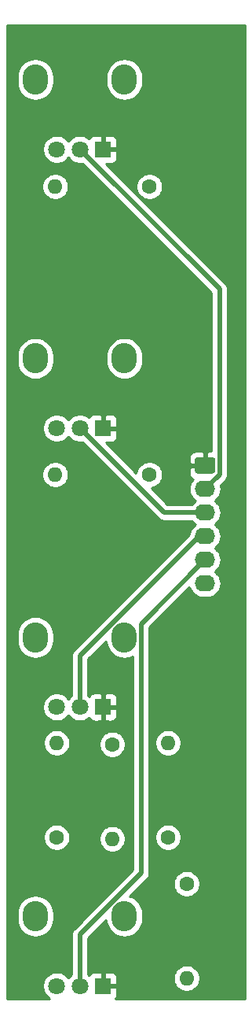
<source format=gbr>
%TF.GenerationSoftware,KiCad,Pcbnew,5.1.12-84ad8e8a86~92~ubuntu21.04.1*%
%TF.CreationDate,2021-11-06T20:56:35+01:00*%
%TF.ProjectId,control,636f6e74-726f-46c2-9e6b-696361645f70,v1.0.0*%
%TF.SameCoordinates,Original*%
%TF.FileFunction,Copper,L1,Top*%
%TF.FilePolarity,Positive*%
%FSLAX46Y46*%
G04 Gerber Fmt 4.6, Leading zero omitted, Abs format (unit mm)*
G04 Created by KiCad (PCBNEW 5.1.12-84ad8e8a86~92~ubuntu21.04.1) date 2021-11-06 20:56:35*
%MOMM*%
%LPD*%
G01*
G04 APERTURE LIST*
%TA.AperFunction,ComponentPad*%
%ADD10O,2.720000X3.240000*%
%TD*%
%TA.AperFunction,ComponentPad*%
%ADD11C,1.800000*%
%TD*%
%TA.AperFunction,ComponentPad*%
%ADD12R,1.800000X1.800000*%
%TD*%
%TA.AperFunction,ComponentPad*%
%ADD13O,1.600000X1.600000*%
%TD*%
%TA.AperFunction,ComponentPad*%
%ADD14C,1.600000*%
%TD*%
%TA.AperFunction,ComponentPad*%
%ADD15O,2.190000X1.740000*%
%TD*%
%TA.AperFunction,Conductor*%
%ADD16C,0.508000*%
%TD*%
%TA.AperFunction,Conductor*%
%ADD17C,0.254000*%
%TD*%
%TA.AperFunction,Conductor*%
%ADD18C,0.100000*%
%TD*%
G04 APERTURE END LIST*
D10*
%TO.P,RV7,*%
%TO.N,*%
X102300000Y-142500000D03*
X92700000Y-142500000D03*
D11*
%TO.P,RV7,3*%
%TO.N,Net-(R18-Pad2)*%
X95000000Y-150000000D03*
%TO.P,RV7,2*%
%TO.N,S_CONTROL*%
X97500000Y-150000000D03*
D12*
%TO.P,RV7,1*%
%TO.N,GND*%
X100000000Y-150000000D03*
%TD*%
D10*
%TO.P,RV6,*%
%TO.N,*%
X102300000Y-172500000D03*
X92700000Y-172500000D03*
D11*
%TO.P,RV6,3*%
%TO.N,Net-(R17-Pad2)*%
X95000000Y-180000000D03*
%TO.P,RV6,2*%
%TO.N,R_CONTROL*%
X97500000Y-180000000D03*
D12*
%TO.P,RV6,1*%
%TO.N,GND*%
X100000000Y-180000000D03*
%TD*%
D10*
%TO.P,RV5,*%
%TO.N,*%
X102300000Y-112500000D03*
X92700000Y-112500000D03*
D11*
%TO.P,RV5,3*%
%TO.N,Net-(R16-Pad2)*%
X95000000Y-120000000D03*
%TO.P,RV5,2*%
%TO.N,D_CONTROL*%
X97500000Y-120000000D03*
D12*
%TO.P,RV5,1*%
%TO.N,GND*%
X100000000Y-120000000D03*
%TD*%
D10*
%TO.P,RV4,*%
%TO.N,*%
X102300000Y-82500000D03*
X92700000Y-82500000D03*
D11*
%TO.P,RV4,3*%
%TO.N,Net-(R15-Pad2)*%
X95000000Y-90000000D03*
%TO.P,RV4,2*%
%TO.N,A_CONTROL*%
X97500000Y-90000000D03*
D12*
%TO.P,RV4,1*%
%TO.N,GND*%
X100000000Y-90000000D03*
%TD*%
D13*
%TO.P,R18,2*%
%TO.N,Net-(R18-Pad2)*%
X95000000Y-153840000D03*
D14*
%TO.P,R18,1*%
%TO.N,Net-(R18-Pad1)*%
X95000000Y-164000000D03*
%TD*%
D13*
%TO.P,R17,2*%
%TO.N,Net-(R17-Pad2)*%
X109000000Y-179160000D03*
D14*
%TO.P,R17,1*%
%TO.N,+12V*%
X109000000Y-169000000D03*
%TD*%
D13*
%TO.P,R16,2*%
%TO.N,Net-(R16-Pad2)*%
X94840000Y-125000000D03*
D14*
%TO.P,R16,1*%
%TO.N,+12V*%
X105000000Y-125000000D03*
%TD*%
D13*
%TO.P,R15,2*%
%TO.N,Net-(R15-Pad2)*%
X94840000Y-94000000D03*
D14*
%TO.P,R15,1*%
%TO.N,+12V*%
X105000000Y-94000000D03*
%TD*%
D13*
%TO.P,R2,2*%
%TO.N,Net-(R18-Pad1)*%
X101000000Y-164160000D03*
D14*
%TO.P,R2,1*%
%TO.N,Net-(R1-Pad2)*%
X101000000Y-154000000D03*
%TD*%
D13*
%TO.P,R1,2*%
%TO.N,Net-(R1-Pad2)*%
X107000000Y-153840000D03*
D14*
%TO.P,R1,1*%
%TO.N,+12V*%
X107000000Y-164000000D03*
%TD*%
D15*
%TO.P,J1,6*%
%TO.N,+12V*%
X111000000Y-136700000D03*
%TO.P,J1,5*%
%TO.N,R_CONTROL*%
X111000000Y-134160000D03*
%TO.P,J1,4*%
%TO.N,S_CONTROL*%
X111000000Y-131620000D03*
%TO.P,J1,3*%
%TO.N,D_CONTROL*%
X111000000Y-129080000D03*
%TO.P,J1,2*%
%TO.N,A_CONTROL*%
X111000000Y-126540000D03*
%TO.P,J1,1*%
%TO.N,GND*%
%TA.AperFunction,ComponentPad*%
G36*
G01*
X110154999Y-123130000D02*
X111845001Y-123130000D01*
G75*
G02*
X112095000Y-123379999I0J-249999D01*
G01*
X112095000Y-124620001D01*
G75*
G02*
X111845001Y-124870000I-249999J0D01*
G01*
X110154999Y-124870000D01*
G75*
G02*
X109905000Y-124620001I0J249999D01*
G01*
X109905000Y-123379999D01*
G75*
G02*
X110154999Y-123130000I249999J0D01*
G01*
G37*
%TD.AperFunction*%
%TD*%
D16*
%TO.N,R_CONTROL*%
X97500000Y-174474603D02*
X97500000Y-180000000D01*
X104114010Y-167860593D02*
X97500000Y-174474603D01*
X104114010Y-141045990D02*
X104114010Y-167860593D01*
X111000000Y-134160000D02*
X104114010Y-141045990D01*
%TO.N,S_CONTROL*%
X110354603Y-131620000D02*
X111000000Y-131620000D01*
X97500000Y-144474603D02*
X110354603Y-131620000D01*
X97500000Y-150000000D02*
X97500000Y-144474603D01*
%TO.N,D_CONTROL*%
X106580000Y-129080000D02*
X111000000Y-129080000D01*
X97500000Y-120000000D02*
X106580000Y-129080000D01*
%TO.N,A_CONTROL*%
X112549010Y-124990990D02*
X111000000Y-126540000D01*
X112549010Y-105049010D02*
X112549010Y-124990990D01*
X97500000Y-90000000D02*
X112549010Y-105049010D01*
%TD*%
D17*
%TO.N,GND*%
X115340001Y-181340000D02*
X101360364Y-181340000D01*
X101430537Y-181254494D01*
X101489502Y-181144180D01*
X101525812Y-181024482D01*
X101538072Y-180900000D01*
X101535000Y-180285750D01*
X101376250Y-180127000D01*
X100127000Y-180127000D01*
X100127000Y-180147000D01*
X99873000Y-180147000D01*
X99873000Y-180127000D01*
X99853000Y-180127000D01*
X99853000Y-179873000D01*
X99873000Y-179873000D01*
X99873000Y-178623750D01*
X100127000Y-178623750D01*
X100127000Y-179873000D01*
X101376250Y-179873000D01*
X101535000Y-179714250D01*
X101538072Y-179100000D01*
X101530062Y-179018665D01*
X107565000Y-179018665D01*
X107565000Y-179301335D01*
X107620147Y-179578574D01*
X107728320Y-179839727D01*
X107885363Y-180074759D01*
X108085241Y-180274637D01*
X108320273Y-180431680D01*
X108581426Y-180539853D01*
X108858665Y-180595000D01*
X109141335Y-180595000D01*
X109418574Y-180539853D01*
X109679727Y-180431680D01*
X109914759Y-180274637D01*
X110114637Y-180074759D01*
X110271680Y-179839727D01*
X110379853Y-179578574D01*
X110435000Y-179301335D01*
X110435000Y-179018665D01*
X110379853Y-178741426D01*
X110271680Y-178480273D01*
X110114637Y-178245241D01*
X109914759Y-178045363D01*
X109679727Y-177888320D01*
X109418574Y-177780147D01*
X109141335Y-177725000D01*
X108858665Y-177725000D01*
X108581426Y-177780147D01*
X108320273Y-177888320D01*
X108085241Y-178045363D01*
X107885363Y-178245241D01*
X107728320Y-178480273D01*
X107620147Y-178741426D01*
X107565000Y-179018665D01*
X101530062Y-179018665D01*
X101525812Y-178975518D01*
X101489502Y-178855820D01*
X101430537Y-178745506D01*
X101351185Y-178648815D01*
X101254494Y-178569463D01*
X101144180Y-178510498D01*
X101024482Y-178474188D01*
X100900000Y-178461928D01*
X100285750Y-178465000D01*
X100127000Y-178623750D01*
X99873000Y-178623750D01*
X99714250Y-178465000D01*
X99100000Y-178461928D01*
X98975518Y-178474188D01*
X98855820Y-178510498D01*
X98745506Y-178569463D01*
X98648815Y-178648815D01*
X98569463Y-178745506D01*
X98516120Y-178845303D01*
X98478505Y-178807688D01*
X98389000Y-178747883D01*
X98389000Y-174842838D01*
X100311172Y-172920666D01*
X100333867Y-173151088D01*
X100447943Y-173527147D01*
X100633193Y-173873725D01*
X100882498Y-174177503D01*
X101186276Y-174426807D01*
X101532854Y-174612057D01*
X101908913Y-174726133D01*
X102300000Y-174764652D01*
X102691088Y-174726133D01*
X103067147Y-174612057D01*
X103413725Y-174426807D01*
X103717503Y-174177503D01*
X103966807Y-173873725D01*
X104152057Y-173527147D01*
X104266133Y-173151087D01*
X104295000Y-172857997D01*
X104295000Y-172142002D01*
X104266133Y-171848912D01*
X104152057Y-171472853D01*
X103966807Y-171126275D01*
X103717503Y-170822497D01*
X103413725Y-170573193D01*
X103067146Y-170387943D01*
X102895856Y-170335983D01*
X104373174Y-168858665D01*
X107565000Y-168858665D01*
X107565000Y-169141335D01*
X107620147Y-169418574D01*
X107728320Y-169679727D01*
X107885363Y-169914759D01*
X108085241Y-170114637D01*
X108320273Y-170271680D01*
X108581426Y-170379853D01*
X108858665Y-170435000D01*
X109141335Y-170435000D01*
X109418574Y-170379853D01*
X109679727Y-170271680D01*
X109914759Y-170114637D01*
X110114637Y-169914759D01*
X110271680Y-169679727D01*
X110379853Y-169418574D01*
X110435000Y-169141335D01*
X110435000Y-168858665D01*
X110379853Y-168581426D01*
X110271680Y-168320273D01*
X110114637Y-168085241D01*
X109914759Y-167885363D01*
X109679727Y-167728320D01*
X109418574Y-167620147D01*
X109141335Y-167565000D01*
X108858665Y-167565000D01*
X108581426Y-167620147D01*
X108320273Y-167728320D01*
X108085241Y-167885363D01*
X107885363Y-168085241D01*
X107728320Y-168320273D01*
X107620147Y-168581426D01*
X107565000Y-168858665D01*
X104373174Y-168858665D01*
X104711752Y-168520087D01*
X104745669Y-168492252D01*
X104856763Y-168356884D01*
X104939313Y-168202444D01*
X104990146Y-168034867D01*
X105003010Y-167904260D01*
X105003010Y-167904253D01*
X105007310Y-167860593D01*
X105003010Y-167816933D01*
X105003010Y-163858665D01*
X105565000Y-163858665D01*
X105565000Y-164141335D01*
X105620147Y-164418574D01*
X105728320Y-164679727D01*
X105885363Y-164914759D01*
X106085241Y-165114637D01*
X106320273Y-165271680D01*
X106581426Y-165379853D01*
X106858665Y-165435000D01*
X107141335Y-165435000D01*
X107418574Y-165379853D01*
X107679727Y-165271680D01*
X107914759Y-165114637D01*
X108114637Y-164914759D01*
X108271680Y-164679727D01*
X108379853Y-164418574D01*
X108435000Y-164141335D01*
X108435000Y-163858665D01*
X108379853Y-163581426D01*
X108271680Y-163320273D01*
X108114637Y-163085241D01*
X107914759Y-162885363D01*
X107679727Y-162728320D01*
X107418574Y-162620147D01*
X107141335Y-162565000D01*
X106858665Y-162565000D01*
X106581426Y-162620147D01*
X106320273Y-162728320D01*
X106085241Y-162885363D01*
X105885363Y-163085241D01*
X105728320Y-163320273D01*
X105620147Y-163581426D01*
X105565000Y-163858665D01*
X105003010Y-163858665D01*
X105003010Y-153698665D01*
X105565000Y-153698665D01*
X105565000Y-153981335D01*
X105620147Y-154258574D01*
X105728320Y-154519727D01*
X105885363Y-154754759D01*
X106085241Y-154954637D01*
X106320273Y-155111680D01*
X106581426Y-155219853D01*
X106858665Y-155275000D01*
X107141335Y-155275000D01*
X107418574Y-155219853D01*
X107679727Y-155111680D01*
X107914759Y-154954637D01*
X108114637Y-154754759D01*
X108271680Y-154519727D01*
X108379853Y-154258574D01*
X108435000Y-153981335D01*
X108435000Y-153698665D01*
X108379853Y-153421426D01*
X108271680Y-153160273D01*
X108114637Y-152925241D01*
X107914759Y-152725363D01*
X107679727Y-152568320D01*
X107418574Y-152460147D01*
X107141335Y-152405000D01*
X106858665Y-152405000D01*
X106581426Y-152460147D01*
X106320273Y-152568320D01*
X106085241Y-152725363D01*
X105885363Y-152925241D01*
X105728320Y-153160273D01*
X105620147Y-153421426D01*
X105565000Y-153698665D01*
X105003010Y-153698665D01*
X105003010Y-141414225D01*
X109322132Y-137095103D01*
X109377834Y-137278725D01*
X109517583Y-137540179D01*
X109705655Y-137769345D01*
X109934821Y-137957417D01*
X110196275Y-138097166D01*
X110479968Y-138183224D01*
X110701064Y-138205000D01*
X111298936Y-138205000D01*
X111520032Y-138183224D01*
X111803725Y-138097166D01*
X112065179Y-137957417D01*
X112294345Y-137769345D01*
X112482417Y-137540179D01*
X112622166Y-137278725D01*
X112708224Y-136995032D01*
X112737282Y-136700000D01*
X112708224Y-136404968D01*
X112622166Y-136121275D01*
X112482417Y-135859821D01*
X112294345Y-135630655D01*
X112065179Y-135442583D01*
X112041638Y-135430000D01*
X112065179Y-135417417D01*
X112294345Y-135229345D01*
X112482417Y-135000179D01*
X112622166Y-134738725D01*
X112708224Y-134455032D01*
X112737282Y-134160000D01*
X112708224Y-133864968D01*
X112622166Y-133581275D01*
X112482417Y-133319821D01*
X112294345Y-133090655D01*
X112065179Y-132902583D01*
X112041638Y-132890000D01*
X112065179Y-132877417D01*
X112294345Y-132689345D01*
X112482417Y-132460179D01*
X112622166Y-132198725D01*
X112708224Y-131915032D01*
X112737282Y-131620000D01*
X112708224Y-131324968D01*
X112622166Y-131041275D01*
X112482417Y-130779821D01*
X112294345Y-130550655D01*
X112065179Y-130362583D01*
X112041638Y-130350000D01*
X112065179Y-130337417D01*
X112294345Y-130149345D01*
X112482417Y-129920179D01*
X112622166Y-129658725D01*
X112708224Y-129375032D01*
X112737282Y-129080000D01*
X112708224Y-128784968D01*
X112622166Y-128501275D01*
X112482417Y-128239821D01*
X112294345Y-128010655D01*
X112065179Y-127822583D01*
X112041638Y-127810000D01*
X112065179Y-127797417D01*
X112294345Y-127609345D01*
X112482417Y-127380179D01*
X112622166Y-127118725D01*
X112708224Y-126835032D01*
X112737282Y-126540000D01*
X112708224Y-126244968D01*
X112671926Y-126125310D01*
X113146752Y-125650484D01*
X113180669Y-125622649D01*
X113291763Y-125487281D01*
X113374313Y-125332841D01*
X113425146Y-125165264D01*
X113438010Y-125034657D01*
X113438010Y-125034650D01*
X113442310Y-124990990D01*
X113438010Y-124947330D01*
X113438010Y-105092669D01*
X113442310Y-105049009D01*
X113438010Y-105005349D01*
X113438010Y-105005343D01*
X113425146Y-104874736D01*
X113374313Y-104707159D01*
X113291763Y-104552719D01*
X113180669Y-104417351D01*
X113146753Y-104389517D01*
X102615901Y-93858665D01*
X103565000Y-93858665D01*
X103565000Y-94141335D01*
X103620147Y-94418574D01*
X103728320Y-94679727D01*
X103885363Y-94914759D01*
X104085241Y-95114637D01*
X104320273Y-95271680D01*
X104581426Y-95379853D01*
X104858665Y-95435000D01*
X105141335Y-95435000D01*
X105418574Y-95379853D01*
X105679727Y-95271680D01*
X105914759Y-95114637D01*
X106114637Y-94914759D01*
X106271680Y-94679727D01*
X106379853Y-94418574D01*
X106435000Y-94141335D01*
X106435000Y-93858665D01*
X106379853Y-93581426D01*
X106271680Y-93320273D01*
X106114637Y-93085241D01*
X105914759Y-92885363D01*
X105679727Y-92728320D01*
X105418574Y-92620147D01*
X105141335Y-92565000D01*
X104858665Y-92565000D01*
X104581426Y-92620147D01*
X104320273Y-92728320D01*
X104085241Y-92885363D01*
X103885363Y-93085241D01*
X103728320Y-93320273D01*
X103620147Y-93581426D01*
X103565000Y-93858665D01*
X102615901Y-93858665D01*
X100292268Y-91535033D01*
X100900000Y-91538072D01*
X101024482Y-91525812D01*
X101144180Y-91489502D01*
X101254494Y-91430537D01*
X101351185Y-91351185D01*
X101430537Y-91254494D01*
X101489502Y-91144180D01*
X101525812Y-91024482D01*
X101538072Y-90900000D01*
X101535000Y-90285750D01*
X101376250Y-90127000D01*
X100127000Y-90127000D01*
X100127000Y-90147000D01*
X99873000Y-90147000D01*
X99873000Y-90127000D01*
X99853000Y-90127000D01*
X99853000Y-89873000D01*
X99873000Y-89873000D01*
X99873000Y-88623750D01*
X100127000Y-88623750D01*
X100127000Y-89873000D01*
X101376250Y-89873000D01*
X101535000Y-89714250D01*
X101538072Y-89100000D01*
X101525812Y-88975518D01*
X101489502Y-88855820D01*
X101430537Y-88745506D01*
X101351185Y-88648815D01*
X101254494Y-88569463D01*
X101144180Y-88510498D01*
X101024482Y-88474188D01*
X100900000Y-88461928D01*
X100285750Y-88465000D01*
X100127000Y-88623750D01*
X99873000Y-88623750D01*
X99714250Y-88465000D01*
X99100000Y-88461928D01*
X98975518Y-88474188D01*
X98855820Y-88510498D01*
X98745506Y-88569463D01*
X98648815Y-88648815D01*
X98569463Y-88745506D01*
X98516120Y-88845303D01*
X98478505Y-88807688D01*
X98227095Y-88639701D01*
X97947743Y-88523989D01*
X97651184Y-88465000D01*
X97348816Y-88465000D01*
X97052257Y-88523989D01*
X96772905Y-88639701D01*
X96521495Y-88807688D01*
X96307688Y-89021495D01*
X96250000Y-89107831D01*
X96192312Y-89021495D01*
X95978505Y-88807688D01*
X95727095Y-88639701D01*
X95447743Y-88523989D01*
X95151184Y-88465000D01*
X94848816Y-88465000D01*
X94552257Y-88523989D01*
X94272905Y-88639701D01*
X94021495Y-88807688D01*
X93807688Y-89021495D01*
X93639701Y-89272905D01*
X93523989Y-89552257D01*
X93465000Y-89848816D01*
X93465000Y-90151184D01*
X93523989Y-90447743D01*
X93639701Y-90727095D01*
X93807688Y-90978505D01*
X94021495Y-91192312D01*
X94272905Y-91360299D01*
X94552257Y-91476011D01*
X94848816Y-91535000D01*
X95151184Y-91535000D01*
X95447743Y-91476011D01*
X95727095Y-91360299D01*
X95978505Y-91192312D01*
X96192312Y-90978505D01*
X96250000Y-90892169D01*
X96307688Y-90978505D01*
X96521495Y-91192312D01*
X96772905Y-91360299D01*
X97052257Y-91476011D01*
X97348816Y-91535000D01*
X97651184Y-91535000D01*
X97756764Y-91513999D01*
X111660010Y-105417246D01*
X111660011Y-122493579D01*
X111285750Y-122495000D01*
X111127000Y-122653750D01*
X111127000Y-123873000D01*
X111147000Y-123873000D01*
X111147000Y-124127000D01*
X111127000Y-124127000D01*
X111127000Y-124147000D01*
X110873000Y-124147000D01*
X110873000Y-124127000D01*
X109428750Y-124127000D01*
X109270000Y-124285750D01*
X109266928Y-124870000D01*
X109279188Y-124994482D01*
X109315498Y-125114180D01*
X109374463Y-125224494D01*
X109453815Y-125321185D01*
X109550506Y-125400537D01*
X109660820Y-125459502D01*
X109704047Y-125472615D01*
X109517583Y-125699821D01*
X109377834Y-125961275D01*
X109291776Y-126244968D01*
X109262718Y-126540000D01*
X109291776Y-126835032D01*
X109377834Y-127118725D01*
X109517583Y-127380179D01*
X109705655Y-127609345D01*
X109934821Y-127797417D01*
X109958362Y-127810000D01*
X109934821Y-127822583D01*
X109705655Y-128010655D01*
X109557649Y-128191000D01*
X106948236Y-128191000D01*
X105183791Y-126426555D01*
X105418574Y-126379853D01*
X105679727Y-126271680D01*
X105914759Y-126114637D01*
X106114637Y-125914759D01*
X106271680Y-125679727D01*
X106379853Y-125418574D01*
X106435000Y-125141335D01*
X106435000Y-124858665D01*
X106379853Y-124581426D01*
X106271680Y-124320273D01*
X106114637Y-124085241D01*
X105914759Y-123885363D01*
X105679727Y-123728320D01*
X105418574Y-123620147D01*
X105141335Y-123565000D01*
X104858665Y-123565000D01*
X104581426Y-123620147D01*
X104320273Y-123728320D01*
X104085241Y-123885363D01*
X103885363Y-124085241D01*
X103728320Y-124320273D01*
X103620147Y-124581426D01*
X103573445Y-124816209D01*
X101887236Y-123130000D01*
X109266928Y-123130000D01*
X109270000Y-123714250D01*
X109428750Y-123873000D01*
X110873000Y-123873000D01*
X110873000Y-122653750D01*
X110714250Y-122495000D01*
X109905000Y-122491928D01*
X109780518Y-122504188D01*
X109660820Y-122540498D01*
X109550506Y-122599463D01*
X109453815Y-122678815D01*
X109374463Y-122775506D01*
X109315498Y-122885820D01*
X109279188Y-123005518D01*
X109266928Y-123130000D01*
X101887236Y-123130000D01*
X100292268Y-121535033D01*
X100900000Y-121538072D01*
X101024482Y-121525812D01*
X101144180Y-121489502D01*
X101254494Y-121430537D01*
X101351185Y-121351185D01*
X101430537Y-121254494D01*
X101489502Y-121144180D01*
X101525812Y-121024482D01*
X101538072Y-120900000D01*
X101535000Y-120285750D01*
X101376250Y-120127000D01*
X100127000Y-120127000D01*
X100127000Y-120147000D01*
X99873000Y-120147000D01*
X99873000Y-120127000D01*
X99853000Y-120127000D01*
X99853000Y-119873000D01*
X99873000Y-119873000D01*
X99873000Y-118623750D01*
X100127000Y-118623750D01*
X100127000Y-119873000D01*
X101376250Y-119873000D01*
X101535000Y-119714250D01*
X101538072Y-119100000D01*
X101525812Y-118975518D01*
X101489502Y-118855820D01*
X101430537Y-118745506D01*
X101351185Y-118648815D01*
X101254494Y-118569463D01*
X101144180Y-118510498D01*
X101024482Y-118474188D01*
X100900000Y-118461928D01*
X100285750Y-118465000D01*
X100127000Y-118623750D01*
X99873000Y-118623750D01*
X99714250Y-118465000D01*
X99100000Y-118461928D01*
X98975518Y-118474188D01*
X98855820Y-118510498D01*
X98745506Y-118569463D01*
X98648815Y-118648815D01*
X98569463Y-118745506D01*
X98516120Y-118845303D01*
X98478505Y-118807688D01*
X98227095Y-118639701D01*
X97947743Y-118523989D01*
X97651184Y-118465000D01*
X97348816Y-118465000D01*
X97052257Y-118523989D01*
X96772905Y-118639701D01*
X96521495Y-118807688D01*
X96307688Y-119021495D01*
X96250000Y-119107831D01*
X96192312Y-119021495D01*
X95978505Y-118807688D01*
X95727095Y-118639701D01*
X95447743Y-118523989D01*
X95151184Y-118465000D01*
X94848816Y-118465000D01*
X94552257Y-118523989D01*
X94272905Y-118639701D01*
X94021495Y-118807688D01*
X93807688Y-119021495D01*
X93639701Y-119272905D01*
X93523989Y-119552257D01*
X93465000Y-119848816D01*
X93465000Y-120151184D01*
X93523989Y-120447743D01*
X93639701Y-120727095D01*
X93807688Y-120978505D01*
X94021495Y-121192312D01*
X94272905Y-121360299D01*
X94552257Y-121476011D01*
X94848816Y-121535000D01*
X95151184Y-121535000D01*
X95447743Y-121476011D01*
X95727095Y-121360299D01*
X95978505Y-121192312D01*
X96192312Y-120978505D01*
X96250000Y-120892169D01*
X96307688Y-120978505D01*
X96521495Y-121192312D01*
X96772905Y-121360299D01*
X97052257Y-121476011D01*
X97348816Y-121535000D01*
X97651184Y-121535000D01*
X97756764Y-121513999D01*
X105920506Y-129677742D01*
X105948341Y-129711659D01*
X106083709Y-129822753D01*
X106238149Y-129905303D01*
X106304058Y-129925296D01*
X106405724Y-129956136D01*
X106438924Y-129959406D01*
X106536333Y-129969000D01*
X106536339Y-129969000D01*
X106579999Y-129973300D01*
X106623659Y-129969000D01*
X109557649Y-129969000D01*
X109705655Y-130149345D01*
X109934821Y-130337417D01*
X109958362Y-130350000D01*
X109934821Y-130362583D01*
X109705655Y-130550655D01*
X109517583Y-130779821D01*
X109377834Y-131041275D01*
X109291776Y-131324968D01*
X109280783Y-131436584D01*
X96902259Y-143815109D01*
X96868342Y-143842944D01*
X96840507Y-143876861D01*
X96840505Y-143876863D01*
X96757248Y-143978312D01*
X96674698Y-144132751D01*
X96623864Y-144300329D01*
X96606700Y-144474603D01*
X96611001Y-144518273D01*
X96611000Y-148747882D01*
X96521495Y-148807688D01*
X96307688Y-149021495D01*
X96250000Y-149107831D01*
X96192312Y-149021495D01*
X95978505Y-148807688D01*
X95727095Y-148639701D01*
X95447743Y-148523989D01*
X95151184Y-148465000D01*
X94848816Y-148465000D01*
X94552257Y-148523989D01*
X94272905Y-148639701D01*
X94021495Y-148807688D01*
X93807688Y-149021495D01*
X93639701Y-149272905D01*
X93523989Y-149552257D01*
X93465000Y-149848816D01*
X93465000Y-150151184D01*
X93523989Y-150447743D01*
X93639701Y-150727095D01*
X93807688Y-150978505D01*
X94021495Y-151192312D01*
X94272905Y-151360299D01*
X94552257Y-151476011D01*
X94848816Y-151535000D01*
X95151184Y-151535000D01*
X95447743Y-151476011D01*
X95727095Y-151360299D01*
X95978505Y-151192312D01*
X96192312Y-150978505D01*
X96250000Y-150892169D01*
X96307688Y-150978505D01*
X96521495Y-151192312D01*
X96772905Y-151360299D01*
X97052257Y-151476011D01*
X97348816Y-151535000D01*
X97651184Y-151535000D01*
X97947743Y-151476011D01*
X98227095Y-151360299D01*
X98478505Y-151192312D01*
X98516120Y-151154697D01*
X98569463Y-151254494D01*
X98648815Y-151351185D01*
X98745506Y-151430537D01*
X98855820Y-151489502D01*
X98975518Y-151525812D01*
X99100000Y-151538072D01*
X99714250Y-151535000D01*
X99873000Y-151376250D01*
X99873000Y-150127000D01*
X100127000Y-150127000D01*
X100127000Y-151376250D01*
X100285750Y-151535000D01*
X100900000Y-151538072D01*
X101024482Y-151525812D01*
X101144180Y-151489502D01*
X101254494Y-151430537D01*
X101351185Y-151351185D01*
X101430537Y-151254494D01*
X101489502Y-151144180D01*
X101525812Y-151024482D01*
X101538072Y-150900000D01*
X101535000Y-150285750D01*
X101376250Y-150127000D01*
X100127000Y-150127000D01*
X99873000Y-150127000D01*
X99853000Y-150127000D01*
X99853000Y-149873000D01*
X99873000Y-149873000D01*
X99873000Y-148623750D01*
X100127000Y-148623750D01*
X100127000Y-149873000D01*
X101376250Y-149873000D01*
X101535000Y-149714250D01*
X101538072Y-149100000D01*
X101525812Y-148975518D01*
X101489502Y-148855820D01*
X101430537Y-148745506D01*
X101351185Y-148648815D01*
X101254494Y-148569463D01*
X101144180Y-148510498D01*
X101024482Y-148474188D01*
X100900000Y-148461928D01*
X100285750Y-148465000D01*
X100127000Y-148623750D01*
X99873000Y-148623750D01*
X99714250Y-148465000D01*
X99100000Y-148461928D01*
X98975518Y-148474188D01*
X98855820Y-148510498D01*
X98745506Y-148569463D01*
X98648815Y-148648815D01*
X98569463Y-148745506D01*
X98516120Y-148845303D01*
X98478505Y-148807688D01*
X98389000Y-148747883D01*
X98389000Y-144842838D01*
X100311172Y-142920666D01*
X100333867Y-143151088D01*
X100447943Y-143527147D01*
X100633193Y-143873725D01*
X100882498Y-144177503D01*
X101186276Y-144426807D01*
X101532854Y-144612057D01*
X101908913Y-144726133D01*
X102300000Y-144764652D01*
X102691088Y-144726133D01*
X103067147Y-144612057D01*
X103225010Y-144527677D01*
X103225011Y-167492356D01*
X96902264Y-173815104D01*
X96868341Y-173842944D01*
X96757247Y-173978313D01*
X96674697Y-174132753D01*
X96623864Y-174300330D01*
X96611000Y-174430937D01*
X96611000Y-174430943D01*
X96606700Y-174474603D01*
X96611000Y-174518263D01*
X96611001Y-178747882D01*
X96521495Y-178807688D01*
X96307688Y-179021495D01*
X96250000Y-179107831D01*
X96192312Y-179021495D01*
X95978505Y-178807688D01*
X95727095Y-178639701D01*
X95447743Y-178523989D01*
X95151184Y-178465000D01*
X94848816Y-178465000D01*
X94552257Y-178523989D01*
X94272905Y-178639701D01*
X94021495Y-178807688D01*
X93807688Y-179021495D01*
X93639701Y-179272905D01*
X93523989Y-179552257D01*
X93465000Y-179848816D01*
X93465000Y-180151184D01*
X93523989Y-180447743D01*
X93639701Y-180727095D01*
X93807688Y-180978505D01*
X94021495Y-181192312D01*
X94242525Y-181340000D01*
X89660000Y-181340000D01*
X89660000Y-172142003D01*
X90705000Y-172142003D01*
X90705000Y-172857998D01*
X90733867Y-173151088D01*
X90847943Y-173527147D01*
X91033193Y-173873725D01*
X91282498Y-174177503D01*
X91586276Y-174426807D01*
X91932854Y-174612057D01*
X92308913Y-174726133D01*
X92700000Y-174764652D01*
X93091088Y-174726133D01*
X93467147Y-174612057D01*
X93813725Y-174426807D01*
X94117503Y-174177503D01*
X94366807Y-173873725D01*
X94552057Y-173527147D01*
X94666133Y-173151087D01*
X94695000Y-172857997D01*
X94695000Y-172142002D01*
X94666133Y-171848912D01*
X94552057Y-171472853D01*
X94366807Y-171126275D01*
X94117503Y-170822497D01*
X93813725Y-170573193D01*
X93467146Y-170387943D01*
X93091087Y-170273867D01*
X92700000Y-170235348D01*
X92308912Y-170273867D01*
X91932853Y-170387943D01*
X91586275Y-170573193D01*
X91282497Y-170822497D01*
X91033193Y-171126275D01*
X90847943Y-171472854D01*
X90733867Y-171848913D01*
X90705000Y-172142003D01*
X89660000Y-172142003D01*
X89660000Y-163858665D01*
X93565000Y-163858665D01*
X93565000Y-164141335D01*
X93620147Y-164418574D01*
X93728320Y-164679727D01*
X93885363Y-164914759D01*
X94085241Y-165114637D01*
X94320273Y-165271680D01*
X94581426Y-165379853D01*
X94858665Y-165435000D01*
X95141335Y-165435000D01*
X95418574Y-165379853D01*
X95679727Y-165271680D01*
X95914759Y-165114637D01*
X96114637Y-164914759D01*
X96271680Y-164679727D01*
X96379853Y-164418574D01*
X96435000Y-164141335D01*
X96435000Y-164018665D01*
X99565000Y-164018665D01*
X99565000Y-164301335D01*
X99620147Y-164578574D01*
X99728320Y-164839727D01*
X99885363Y-165074759D01*
X100085241Y-165274637D01*
X100320273Y-165431680D01*
X100581426Y-165539853D01*
X100858665Y-165595000D01*
X101141335Y-165595000D01*
X101418574Y-165539853D01*
X101679727Y-165431680D01*
X101914759Y-165274637D01*
X102114637Y-165074759D01*
X102271680Y-164839727D01*
X102379853Y-164578574D01*
X102435000Y-164301335D01*
X102435000Y-164018665D01*
X102379853Y-163741426D01*
X102271680Y-163480273D01*
X102114637Y-163245241D01*
X101914759Y-163045363D01*
X101679727Y-162888320D01*
X101418574Y-162780147D01*
X101141335Y-162725000D01*
X100858665Y-162725000D01*
X100581426Y-162780147D01*
X100320273Y-162888320D01*
X100085241Y-163045363D01*
X99885363Y-163245241D01*
X99728320Y-163480273D01*
X99620147Y-163741426D01*
X99565000Y-164018665D01*
X96435000Y-164018665D01*
X96435000Y-163858665D01*
X96379853Y-163581426D01*
X96271680Y-163320273D01*
X96114637Y-163085241D01*
X95914759Y-162885363D01*
X95679727Y-162728320D01*
X95418574Y-162620147D01*
X95141335Y-162565000D01*
X94858665Y-162565000D01*
X94581426Y-162620147D01*
X94320273Y-162728320D01*
X94085241Y-162885363D01*
X93885363Y-163085241D01*
X93728320Y-163320273D01*
X93620147Y-163581426D01*
X93565000Y-163858665D01*
X89660000Y-163858665D01*
X89660000Y-153698665D01*
X93565000Y-153698665D01*
X93565000Y-153981335D01*
X93620147Y-154258574D01*
X93728320Y-154519727D01*
X93885363Y-154754759D01*
X94085241Y-154954637D01*
X94320273Y-155111680D01*
X94581426Y-155219853D01*
X94858665Y-155275000D01*
X95141335Y-155275000D01*
X95418574Y-155219853D01*
X95679727Y-155111680D01*
X95914759Y-154954637D01*
X96114637Y-154754759D01*
X96271680Y-154519727D01*
X96379853Y-154258574D01*
X96435000Y-153981335D01*
X96435000Y-153858665D01*
X99565000Y-153858665D01*
X99565000Y-154141335D01*
X99620147Y-154418574D01*
X99728320Y-154679727D01*
X99885363Y-154914759D01*
X100085241Y-155114637D01*
X100320273Y-155271680D01*
X100581426Y-155379853D01*
X100858665Y-155435000D01*
X101141335Y-155435000D01*
X101418574Y-155379853D01*
X101679727Y-155271680D01*
X101914759Y-155114637D01*
X102114637Y-154914759D01*
X102271680Y-154679727D01*
X102379853Y-154418574D01*
X102435000Y-154141335D01*
X102435000Y-153858665D01*
X102379853Y-153581426D01*
X102271680Y-153320273D01*
X102114637Y-153085241D01*
X101914759Y-152885363D01*
X101679727Y-152728320D01*
X101418574Y-152620147D01*
X101141335Y-152565000D01*
X100858665Y-152565000D01*
X100581426Y-152620147D01*
X100320273Y-152728320D01*
X100085241Y-152885363D01*
X99885363Y-153085241D01*
X99728320Y-153320273D01*
X99620147Y-153581426D01*
X99565000Y-153858665D01*
X96435000Y-153858665D01*
X96435000Y-153698665D01*
X96379853Y-153421426D01*
X96271680Y-153160273D01*
X96114637Y-152925241D01*
X95914759Y-152725363D01*
X95679727Y-152568320D01*
X95418574Y-152460147D01*
X95141335Y-152405000D01*
X94858665Y-152405000D01*
X94581426Y-152460147D01*
X94320273Y-152568320D01*
X94085241Y-152725363D01*
X93885363Y-152925241D01*
X93728320Y-153160273D01*
X93620147Y-153421426D01*
X93565000Y-153698665D01*
X89660000Y-153698665D01*
X89660000Y-142142003D01*
X90705000Y-142142003D01*
X90705000Y-142857998D01*
X90733867Y-143151088D01*
X90847943Y-143527147D01*
X91033193Y-143873725D01*
X91282498Y-144177503D01*
X91586276Y-144426807D01*
X91932854Y-144612057D01*
X92308913Y-144726133D01*
X92700000Y-144764652D01*
X93091088Y-144726133D01*
X93467147Y-144612057D01*
X93813725Y-144426807D01*
X94117503Y-144177503D01*
X94366807Y-143873725D01*
X94552057Y-143527147D01*
X94666133Y-143151087D01*
X94695000Y-142857997D01*
X94695000Y-142142002D01*
X94666133Y-141848912D01*
X94552057Y-141472853D01*
X94366807Y-141126275D01*
X94117503Y-140822497D01*
X93813725Y-140573193D01*
X93467146Y-140387943D01*
X93091087Y-140273867D01*
X92700000Y-140235348D01*
X92308912Y-140273867D01*
X91932853Y-140387943D01*
X91586275Y-140573193D01*
X91282497Y-140822497D01*
X91033193Y-141126275D01*
X90847943Y-141472854D01*
X90733867Y-141848913D01*
X90705000Y-142142003D01*
X89660000Y-142142003D01*
X89660000Y-124858665D01*
X93405000Y-124858665D01*
X93405000Y-125141335D01*
X93460147Y-125418574D01*
X93568320Y-125679727D01*
X93725363Y-125914759D01*
X93925241Y-126114637D01*
X94160273Y-126271680D01*
X94421426Y-126379853D01*
X94698665Y-126435000D01*
X94981335Y-126435000D01*
X95258574Y-126379853D01*
X95519727Y-126271680D01*
X95754759Y-126114637D01*
X95954637Y-125914759D01*
X96111680Y-125679727D01*
X96219853Y-125418574D01*
X96275000Y-125141335D01*
X96275000Y-124858665D01*
X96219853Y-124581426D01*
X96111680Y-124320273D01*
X95954637Y-124085241D01*
X95754759Y-123885363D01*
X95519727Y-123728320D01*
X95258574Y-123620147D01*
X94981335Y-123565000D01*
X94698665Y-123565000D01*
X94421426Y-123620147D01*
X94160273Y-123728320D01*
X93925241Y-123885363D01*
X93725363Y-124085241D01*
X93568320Y-124320273D01*
X93460147Y-124581426D01*
X93405000Y-124858665D01*
X89660000Y-124858665D01*
X89660000Y-112142003D01*
X90705000Y-112142003D01*
X90705000Y-112857998D01*
X90733867Y-113151088D01*
X90847943Y-113527147D01*
X91033193Y-113873725D01*
X91282498Y-114177503D01*
X91586276Y-114426807D01*
X91932854Y-114612057D01*
X92308913Y-114726133D01*
X92700000Y-114764652D01*
X93091088Y-114726133D01*
X93467147Y-114612057D01*
X93813725Y-114426807D01*
X94117503Y-114177503D01*
X94366807Y-113873725D01*
X94552057Y-113527147D01*
X94666133Y-113151087D01*
X94695000Y-112857997D01*
X94695000Y-112142003D01*
X100305000Y-112142003D01*
X100305000Y-112857998D01*
X100333867Y-113151088D01*
X100447943Y-113527147D01*
X100633193Y-113873725D01*
X100882498Y-114177503D01*
X101186276Y-114426807D01*
X101532854Y-114612057D01*
X101908913Y-114726133D01*
X102300000Y-114764652D01*
X102691088Y-114726133D01*
X103067147Y-114612057D01*
X103413725Y-114426807D01*
X103717503Y-114177503D01*
X103966807Y-113873725D01*
X104152057Y-113527147D01*
X104266133Y-113151087D01*
X104295000Y-112857997D01*
X104295000Y-112142002D01*
X104266133Y-111848912D01*
X104152057Y-111472853D01*
X103966807Y-111126275D01*
X103717503Y-110822497D01*
X103413725Y-110573193D01*
X103067146Y-110387943D01*
X102691087Y-110273867D01*
X102300000Y-110235348D01*
X101908912Y-110273867D01*
X101532853Y-110387943D01*
X101186275Y-110573193D01*
X100882497Y-110822497D01*
X100633193Y-111126275D01*
X100447943Y-111472854D01*
X100333867Y-111848913D01*
X100305000Y-112142003D01*
X94695000Y-112142003D01*
X94695000Y-112142002D01*
X94666133Y-111848912D01*
X94552057Y-111472853D01*
X94366807Y-111126275D01*
X94117503Y-110822497D01*
X93813725Y-110573193D01*
X93467146Y-110387943D01*
X93091087Y-110273867D01*
X92700000Y-110235348D01*
X92308912Y-110273867D01*
X91932853Y-110387943D01*
X91586275Y-110573193D01*
X91282497Y-110822497D01*
X91033193Y-111126275D01*
X90847943Y-111472854D01*
X90733867Y-111848913D01*
X90705000Y-112142003D01*
X89660000Y-112142003D01*
X89660000Y-93858665D01*
X93405000Y-93858665D01*
X93405000Y-94141335D01*
X93460147Y-94418574D01*
X93568320Y-94679727D01*
X93725363Y-94914759D01*
X93925241Y-95114637D01*
X94160273Y-95271680D01*
X94421426Y-95379853D01*
X94698665Y-95435000D01*
X94981335Y-95435000D01*
X95258574Y-95379853D01*
X95519727Y-95271680D01*
X95754759Y-95114637D01*
X95954637Y-94914759D01*
X96111680Y-94679727D01*
X96219853Y-94418574D01*
X96275000Y-94141335D01*
X96275000Y-93858665D01*
X96219853Y-93581426D01*
X96111680Y-93320273D01*
X95954637Y-93085241D01*
X95754759Y-92885363D01*
X95519727Y-92728320D01*
X95258574Y-92620147D01*
X94981335Y-92565000D01*
X94698665Y-92565000D01*
X94421426Y-92620147D01*
X94160273Y-92728320D01*
X93925241Y-92885363D01*
X93725363Y-93085241D01*
X93568320Y-93320273D01*
X93460147Y-93581426D01*
X93405000Y-93858665D01*
X89660000Y-93858665D01*
X89660000Y-82142003D01*
X90705000Y-82142003D01*
X90705000Y-82857998D01*
X90733867Y-83151088D01*
X90847943Y-83527147D01*
X91033193Y-83873725D01*
X91282498Y-84177503D01*
X91586276Y-84426807D01*
X91932854Y-84612057D01*
X92308913Y-84726133D01*
X92700000Y-84764652D01*
X93091088Y-84726133D01*
X93467147Y-84612057D01*
X93813725Y-84426807D01*
X94117503Y-84177503D01*
X94366807Y-83873725D01*
X94552057Y-83527147D01*
X94666133Y-83151087D01*
X94695000Y-82857997D01*
X94695000Y-82142003D01*
X100305000Y-82142003D01*
X100305000Y-82857998D01*
X100333867Y-83151088D01*
X100447943Y-83527147D01*
X100633193Y-83873725D01*
X100882498Y-84177503D01*
X101186276Y-84426807D01*
X101532854Y-84612057D01*
X101908913Y-84726133D01*
X102300000Y-84764652D01*
X102691088Y-84726133D01*
X103067147Y-84612057D01*
X103413725Y-84426807D01*
X103717503Y-84177503D01*
X103966807Y-83873725D01*
X104152057Y-83527147D01*
X104266133Y-83151087D01*
X104295000Y-82857997D01*
X104295000Y-82142002D01*
X104266133Y-81848912D01*
X104152057Y-81472853D01*
X103966807Y-81126275D01*
X103717503Y-80822497D01*
X103413725Y-80573193D01*
X103067146Y-80387943D01*
X102691087Y-80273867D01*
X102300000Y-80235348D01*
X101908912Y-80273867D01*
X101532853Y-80387943D01*
X101186275Y-80573193D01*
X100882497Y-80822497D01*
X100633193Y-81126275D01*
X100447943Y-81472854D01*
X100333867Y-81848913D01*
X100305000Y-82142003D01*
X94695000Y-82142003D01*
X94695000Y-82142002D01*
X94666133Y-81848912D01*
X94552057Y-81472853D01*
X94366807Y-81126275D01*
X94117503Y-80822497D01*
X93813725Y-80573193D01*
X93467146Y-80387943D01*
X93091087Y-80273867D01*
X92700000Y-80235348D01*
X92308912Y-80273867D01*
X91932853Y-80387943D01*
X91586275Y-80573193D01*
X91282497Y-80822497D01*
X91033193Y-81126275D01*
X90847943Y-81472854D01*
X90733867Y-81848913D01*
X90705000Y-82142003D01*
X89660000Y-82142003D01*
X89660000Y-76660000D01*
X115340000Y-76660000D01*
X115340001Y-181340000D01*
%TA.AperFunction,Conductor*%
D18*
G36*
X115340001Y-181340000D02*
G01*
X101360364Y-181340000D01*
X101430537Y-181254494D01*
X101489502Y-181144180D01*
X101525812Y-181024482D01*
X101538072Y-180900000D01*
X101535000Y-180285750D01*
X101376250Y-180127000D01*
X100127000Y-180127000D01*
X100127000Y-180147000D01*
X99873000Y-180147000D01*
X99873000Y-180127000D01*
X99853000Y-180127000D01*
X99853000Y-179873000D01*
X99873000Y-179873000D01*
X99873000Y-178623750D01*
X100127000Y-178623750D01*
X100127000Y-179873000D01*
X101376250Y-179873000D01*
X101535000Y-179714250D01*
X101538072Y-179100000D01*
X101530062Y-179018665D01*
X107565000Y-179018665D01*
X107565000Y-179301335D01*
X107620147Y-179578574D01*
X107728320Y-179839727D01*
X107885363Y-180074759D01*
X108085241Y-180274637D01*
X108320273Y-180431680D01*
X108581426Y-180539853D01*
X108858665Y-180595000D01*
X109141335Y-180595000D01*
X109418574Y-180539853D01*
X109679727Y-180431680D01*
X109914759Y-180274637D01*
X110114637Y-180074759D01*
X110271680Y-179839727D01*
X110379853Y-179578574D01*
X110435000Y-179301335D01*
X110435000Y-179018665D01*
X110379853Y-178741426D01*
X110271680Y-178480273D01*
X110114637Y-178245241D01*
X109914759Y-178045363D01*
X109679727Y-177888320D01*
X109418574Y-177780147D01*
X109141335Y-177725000D01*
X108858665Y-177725000D01*
X108581426Y-177780147D01*
X108320273Y-177888320D01*
X108085241Y-178045363D01*
X107885363Y-178245241D01*
X107728320Y-178480273D01*
X107620147Y-178741426D01*
X107565000Y-179018665D01*
X101530062Y-179018665D01*
X101525812Y-178975518D01*
X101489502Y-178855820D01*
X101430537Y-178745506D01*
X101351185Y-178648815D01*
X101254494Y-178569463D01*
X101144180Y-178510498D01*
X101024482Y-178474188D01*
X100900000Y-178461928D01*
X100285750Y-178465000D01*
X100127000Y-178623750D01*
X99873000Y-178623750D01*
X99714250Y-178465000D01*
X99100000Y-178461928D01*
X98975518Y-178474188D01*
X98855820Y-178510498D01*
X98745506Y-178569463D01*
X98648815Y-178648815D01*
X98569463Y-178745506D01*
X98516120Y-178845303D01*
X98478505Y-178807688D01*
X98389000Y-178747883D01*
X98389000Y-174842838D01*
X100311172Y-172920666D01*
X100333867Y-173151088D01*
X100447943Y-173527147D01*
X100633193Y-173873725D01*
X100882498Y-174177503D01*
X101186276Y-174426807D01*
X101532854Y-174612057D01*
X101908913Y-174726133D01*
X102300000Y-174764652D01*
X102691088Y-174726133D01*
X103067147Y-174612057D01*
X103413725Y-174426807D01*
X103717503Y-174177503D01*
X103966807Y-173873725D01*
X104152057Y-173527147D01*
X104266133Y-173151087D01*
X104295000Y-172857997D01*
X104295000Y-172142002D01*
X104266133Y-171848912D01*
X104152057Y-171472853D01*
X103966807Y-171126275D01*
X103717503Y-170822497D01*
X103413725Y-170573193D01*
X103067146Y-170387943D01*
X102895856Y-170335983D01*
X104373174Y-168858665D01*
X107565000Y-168858665D01*
X107565000Y-169141335D01*
X107620147Y-169418574D01*
X107728320Y-169679727D01*
X107885363Y-169914759D01*
X108085241Y-170114637D01*
X108320273Y-170271680D01*
X108581426Y-170379853D01*
X108858665Y-170435000D01*
X109141335Y-170435000D01*
X109418574Y-170379853D01*
X109679727Y-170271680D01*
X109914759Y-170114637D01*
X110114637Y-169914759D01*
X110271680Y-169679727D01*
X110379853Y-169418574D01*
X110435000Y-169141335D01*
X110435000Y-168858665D01*
X110379853Y-168581426D01*
X110271680Y-168320273D01*
X110114637Y-168085241D01*
X109914759Y-167885363D01*
X109679727Y-167728320D01*
X109418574Y-167620147D01*
X109141335Y-167565000D01*
X108858665Y-167565000D01*
X108581426Y-167620147D01*
X108320273Y-167728320D01*
X108085241Y-167885363D01*
X107885363Y-168085241D01*
X107728320Y-168320273D01*
X107620147Y-168581426D01*
X107565000Y-168858665D01*
X104373174Y-168858665D01*
X104711752Y-168520087D01*
X104745669Y-168492252D01*
X104856763Y-168356884D01*
X104939313Y-168202444D01*
X104990146Y-168034867D01*
X105003010Y-167904260D01*
X105003010Y-167904253D01*
X105007310Y-167860593D01*
X105003010Y-167816933D01*
X105003010Y-163858665D01*
X105565000Y-163858665D01*
X105565000Y-164141335D01*
X105620147Y-164418574D01*
X105728320Y-164679727D01*
X105885363Y-164914759D01*
X106085241Y-165114637D01*
X106320273Y-165271680D01*
X106581426Y-165379853D01*
X106858665Y-165435000D01*
X107141335Y-165435000D01*
X107418574Y-165379853D01*
X107679727Y-165271680D01*
X107914759Y-165114637D01*
X108114637Y-164914759D01*
X108271680Y-164679727D01*
X108379853Y-164418574D01*
X108435000Y-164141335D01*
X108435000Y-163858665D01*
X108379853Y-163581426D01*
X108271680Y-163320273D01*
X108114637Y-163085241D01*
X107914759Y-162885363D01*
X107679727Y-162728320D01*
X107418574Y-162620147D01*
X107141335Y-162565000D01*
X106858665Y-162565000D01*
X106581426Y-162620147D01*
X106320273Y-162728320D01*
X106085241Y-162885363D01*
X105885363Y-163085241D01*
X105728320Y-163320273D01*
X105620147Y-163581426D01*
X105565000Y-163858665D01*
X105003010Y-163858665D01*
X105003010Y-153698665D01*
X105565000Y-153698665D01*
X105565000Y-153981335D01*
X105620147Y-154258574D01*
X105728320Y-154519727D01*
X105885363Y-154754759D01*
X106085241Y-154954637D01*
X106320273Y-155111680D01*
X106581426Y-155219853D01*
X106858665Y-155275000D01*
X107141335Y-155275000D01*
X107418574Y-155219853D01*
X107679727Y-155111680D01*
X107914759Y-154954637D01*
X108114637Y-154754759D01*
X108271680Y-154519727D01*
X108379853Y-154258574D01*
X108435000Y-153981335D01*
X108435000Y-153698665D01*
X108379853Y-153421426D01*
X108271680Y-153160273D01*
X108114637Y-152925241D01*
X107914759Y-152725363D01*
X107679727Y-152568320D01*
X107418574Y-152460147D01*
X107141335Y-152405000D01*
X106858665Y-152405000D01*
X106581426Y-152460147D01*
X106320273Y-152568320D01*
X106085241Y-152725363D01*
X105885363Y-152925241D01*
X105728320Y-153160273D01*
X105620147Y-153421426D01*
X105565000Y-153698665D01*
X105003010Y-153698665D01*
X105003010Y-141414225D01*
X109322132Y-137095103D01*
X109377834Y-137278725D01*
X109517583Y-137540179D01*
X109705655Y-137769345D01*
X109934821Y-137957417D01*
X110196275Y-138097166D01*
X110479968Y-138183224D01*
X110701064Y-138205000D01*
X111298936Y-138205000D01*
X111520032Y-138183224D01*
X111803725Y-138097166D01*
X112065179Y-137957417D01*
X112294345Y-137769345D01*
X112482417Y-137540179D01*
X112622166Y-137278725D01*
X112708224Y-136995032D01*
X112737282Y-136700000D01*
X112708224Y-136404968D01*
X112622166Y-136121275D01*
X112482417Y-135859821D01*
X112294345Y-135630655D01*
X112065179Y-135442583D01*
X112041638Y-135430000D01*
X112065179Y-135417417D01*
X112294345Y-135229345D01*
X112482417Y-135000179D01*
X112622166Y-134738725D01*
X112708224Y-134455032D01*
X112737282Y-134160000D01*
X112708224Y-133864968D01*
X112622166Y-133581275D01*
X112482417Y-133319821D01*
X112294345Y-133090655D01*
X112065179Y-132902583D01*
X112041638Y-132890000D01*
X112065179Y-132877417D01*
X112294345Y-132689345D01*
X112482417Y-132460179D01*
X112622166Y-132198725D01*
X112708224Y-131915032D01*
X112737282Y-131620000D01*
X112708224Y-131324968D01*
X112622166Y-131041275D01*
X112482417Y-130779821D01*
X112294345Y-130550655D01*
X112065179Y-130362583D01*
X112041638Y-130350000D01*
X112065179Y-130337417D01*
X112294345Y-130149345D01*
X112482417Y-129920179D01*
X112622166Y-129658725D01*
X112708224Y-129375032D01*
X112737282Y-129080000D01*
X112708224Y-128784968D01*
X112622166Y-128501275D01*
X112482417Y-128239821D01*
X112294345Y-128010655D01*
X112065179Y-127822583D01*
X112041638Y-127810000D01*
X112065179Y-127797417D01*
X112294345Y-127609345D01*
X112482417Y-127380179D01*
X112622166Y-127118725D01*
X112708224Y-126835032D01*
X112737282Y-126540000D01*
X112708224Y-126244968D01*
X112671926Y-126125310D01*
X113146752Y-125650484D01*
X113180669Y-125622649D01*
X113291763Y-125487281D01*
X113374313Y-125332841D01*
X113425146Y-125165264D01*
X113438010Y-125034657D01*
X113438010Y-125034650D01*
X113442310Y-124990990D01*
X113438010Y-124947330D01*
X113438010Y-105092669D01*
X113442310Y-105049009D01*
X113438010Y-105005349D01*
X113438010Y-105005343D01*
X113425146Y-104874736D01*
X113374313Y-104707159D01*
X113291763Y-104552719D01*
X113180669Y-104417351D01*
X113146753Y-104389517D01*
X102615901Y-93858665D01*
X103565000Y-93858665D01*
X103565000Y-94141335D01*
X103620147Y-94418574D01*
X103728320Y-94679727D01*
X103885363Y-94914759D01*
X104085241Y-95114637D01*
X104320273Y-95271680D01*
X104581426Y-95379853D01*
X104858665Y-95435000D01*
X105141335Y-95435000D01*
X105418574Y-95379853D01*
X105679727Y-95271680D01*
X105914759Y-95114637D01*
X106114637Y-94914759D01*
X106271680Y-94679727D01*
X106379853Y-94418574D01*
X106435000Y-94141335D01*
X106435000Y-93858665D01*
X106379853Y-93581426D01*
X106271680Y-93320273D01*
X106114637Y-93085241D01*
X105914759Y-92885363D01*
X105679727Y-92728320D01*
X105418574Y-92620147D01*
X105141335Y-92565000D01*
X104858665Y-92565000D01*
X104581426Y-92620147D01*
X104320273Y-92728320D01*
X104085241Y-92885363D01*
X103885363Y-93085241D01*
X103728320Y-93320273D01*
X103620147Y-93581426D01*
X103565000Y-93858665D01*
X102615901Y-93858665D01*
X100292268Y-91535033D01*
X100900000Y-91538072D01*
X101024482Y-91525812D01*
X101144180Y-91489502D01*
X101254494Y-91430537D01*
X101351185Y-91351185D01*
X101430537Y-91254494D01*
X101489502Y-91144180D01*
X101525812Y-91024482D01*
X101538072Y-90900000D01*
X101535000Y-90285750D01*
X101376250Y-90127000D01*
X100127000Y-90127000D01*
X100127000Y-90147000D01*
X99873000Y-90147000D01*
X99873000Y-90127000D01*
X99853000Y-90127000D01*
X99853000Y-89873000D01*
X99873000Y-89873000D01*
X99873000Y-88623750D01*
X100127000Y-88623750D01*
X100127000Y-89873000D01*
X101376250Y-89873000D01*
X101535000Y-89714250D01*
X101538072Y-89100000D01*
X101525812Y-88975518D01*
X101489502Y-88855820D01*
X101430537Y-88745506D01*
X101351185Y-88648815D01*
X101254494Y-88569463D01*
X101144180Y-88510498D01*
X101024482Y-88474188D01*
X100900000Y-88461928D01*
X100285750Y-88465000D01*
X100127000Y-88623750D01*
X99873000Y-88623750D01*
X99714250Y-88465000D01*
X99100000Y-88461928D01*
X98975518Y-88474188D01*
X98855820Y-88510498D01*
X98745506Y-88569463D01*
X98648815Y-88648815D01*
X98569463Y-88745506D01*
X98516120Y-88845303D01*
X98478505Y-88807688D01*
X98227095Y-88639701D01*
X97947743Y-88523989D01*
X97651184Y-88465000D01*
X97348816Y-88465000D01*
X97052257Y-88523989D01*
X96772905Y-88639701D01*
X96521495Y-88807688D01*
X96307688Y-89021495D01*
X96250000Y-89107831D01*
X96192312Y-89021495D01*
X95978505Y-88807688D01*
X95727095Y-88639701D01*
X95447743Y-88523989D01*
X95151184Y-88465000D01*
X94848816Y-88465000D01*
X94552257Y-88523989D01*
X94272905Y-88639701D01*
X94021495Y-88807688D01*
X93807688Y-89021495D01*
X93639701Y-89272905D01*
X93523989Y-89552257D01*
X93465000Y-89848816D01*
X93465000Y-90151184D01*
X93523989Y-90447743D01*
X93639701Y-90727095D01*
X93807688Y-90978505D01*
X94021495Y-91192312D01*
X94272905Y-91360299D01*
X94552257Y-91476011D01*
X94848816Y-91535000D01*
X95151184Y-91535000D01*
X95447743Y-91476011D01*
X95727095Y-91360299D01*
X95978505Y-91192312D01*
X96192312Y-90978505D01*
X96250000Y-90892169D01*
X96307688Y-90978505D01*
X96521495Y-91192312D01*
X96772905Y-91360299D01*
X97052257Y-91476011D01*
X97348816Y-91535000D01*
X97651184Y-91535000D01*
X97756764Y-91513999D01*
X111660010Y-105417246D01*
X111660011Y-122493579D01*
X111285750Y-122495000D01*
X111127000Y-122653750D01*
X111127000Y-123873000D01*
X111147000Y-123873000D01*
X111147000Y-124127000D01*
X111127000Y-124127000D01*
X111127000Y-124147000D01*
X110873000Y-124147000D01*
X110873000Y-124127000D01*
X109428750Y-124127000D01*
X109270000Y-124285750D01*
X109266928Y-124870000D01*
X109279188Y-124994482D01*
X109315498Y-125114180D01*
X109374463Y-125224494D01*
X109453815Y-125321185D01*
X109550506Y-125400537D01*
X109660820Y-125459502D01*
X109704047Y-125472615D01*
X109517583Y-125699821D01*
X109377834Y-125961275D01*
X109291776Y-126244968D01*
X109262718Y-126540000D01*
X109291776Y-126835032D01*
X109377834Y-127118725D01*
X109517583Y-127380179D01*
X109705655Y-127609345D01*
X109934821Y-127797417D01*
X109958362Y-127810000D01*
X109934821Y-127822583D01*
X109705655Y-128010655D01*
X109557649Y-128191000D01*
X106948236Y-128191000D01*
X105183791Y-126426555D01*
X105418574Y-126379853D01*
X105679727Y-126271680D01*
X105914759Y-126114637D01*
X106114637Y-125914759D01*
X106271680Y-125679727D01*
X106379853Y-125418574D01*
X106435000Y-125141335D01*
X106435000Y-124858665D01*
X106379853Y-124581426D01*
X106271680Y-124320273D01*
X106114637Y-124085241D01*
X105914759Y-123885363D01*
X105679727Y-123728320D01*
X105418574Y-123620147D01*
X105141335Y-123565000D01*
X104858665Y-123565000D01*
X104581426Y-123620147D01*
X104320273Y-123728320D01*
X104085241Y-123885363D01*
X103885363Y-124085241D01*
X103728320Y-124320273D01*
X103620147Y-124581426D01*
X103573445Y-124816209D01*
X101887236Y-123130000D01*
X109266928Y-123130000D01*
X109270000Y-123714250D01*
X109428750Y-123873000D01*
X110873000Y-123873000D01*
X110873000Y-122653750D01*
X110714250Y-122495000D01*
X109905000Y-122491928D01*
X109780518Y-122504188D01*
X109660820Y-122540498D01*
X109550506Y-122599463D01*
X109453815Y-122678815D01*
X109374463Y-122775506D01*
X109315498Y-122885820D01*
X109279188Y-123005518D01*
X109266928Y-123130000D01*
X101887236Y-123130000D01*
X100292268Y-121535033D01*
X100900000Y-121538072D01*
X101024482Y-121525812D01*
X101144180Y-121489502D01*
X101254494Y-121430537D01*
X101351185Y-121351185D01*
X101430537Y-121254494D01*
X101489502Y-121144180D01*
X101525812Y-121024482D01*
X101538072Y-120900000D01*
X101535000Y-120285750D01*
X101376250Y-120127000D01*
X100127000Y-120127000D01*
X100127000Y-120147000D01*
X99873000Y-120147000D01*
X99873000Y-120127000D01*
X99853000Y-120127000D01*
X99853000Y-119873000D01*
X99873000Y-119873000D01*
X99873000Y-118623750D01*
X100127000Y-118623750D01*
X100127000Y-119873000D01*
X101376250Y-119873000D01*
X101535000Y-119714250D01*
X101538072Y-119100000D01*
X101525812Y-118975518D01*
X101489502Y-118855820D01*
X101430537Y-118745506D01*
X101351185Y-118648815D01*
X101254494Y-118569463D01*
X101144180Y-118510498D01*
X101024482Y-118474188D01*
X100900000Y-118461928D01*
X100285750Y-118465000D01*
X100127000Y-118623750D01*
X99873000Y-118623750D01*
X99714250Y-118465000D01*
X99100000Y-118461928D01*
X98975518Y-118474188D01*
X98855820Y-118510498D01*
X98745506Y-118569463D01*
X98648815Y-118648815D01*
X98569463Y-118745506D01*
X98516120Y-118845303D01*
X98478505Y-118807688D01*
X98227095Y-118639701D01*
X97947743Y-118523989D01*
X97651184Y-118465000D01*
X97348816Y-118465000D01*
X97052257Y-118523989D01*
X96772905Y-118639701D01*
X96521495Y-118807688D01*
X96307688Y-119021495D01*
X96250000Y-119107831D01*
X96192312Y-119021495D01*
X95978505Y-118807688D01*
X95727095Y-118639701D01*
X95447743Y-118523989D01*
X95151184Y-118465000D01*
X94848816Y-118465000D01*
X94552257Y-118523989D01*
X94272905Y-118639701D01*
X94021495Y-118807688D01*
X93807688Y-119021495D01*
X93639701Y-119272905D01*
X93523989Y-119552257D01*
X93465000Y-119848816D01*
X93465000Y-120151184D01*
X93523989Y-120447743D01*
X93639701Y-120727095D01*
X93807688Y-120978505D01*
X94021495Y-121192312D01*
X94272905Y-121360299D01*
X94552257Y-121476011D01*
X94848816Y-121535000D01*
X95151184Y-121535000D01*
X95447743Y-121476011D01*
X95727095Y-121360299D01*
X95978505Y-121192312D01*
X96192312Y-120978505D01*
X96250000Y-120892169D01*
X96307688Y-120978505D01*
X96521495Y-121192312D01*
X96772905Y-121360299D01*
X97052257Y-121476011D01*
X97348816Y-121535000D01*
X97651184Y-121535000D01*
X97756764Y-121513999D01*
X105920506Y-129677742D01*
X105948341Y-129711659D01*
X106083709Y-129822753D01*
X106238149Y-129905303D01*
X106304058Y-129925296D01*
X106405724Y-129956136D01*
X106438924Y-129959406D01*
X106536333Y-129969000D01*
X106536339Y-129969000D01*
X106579999Y-129973300D01*
X106623659Y-129969000D01*
X109557649Y-129969000D01*
X109705655Y-130149345D01*
X109934821Y-130337417D01*
X109958362Y-130350000D01*
X109934821Y-130362583D01*
X109705655Y-130550655D01*
X109517583Y-130779821D01*
X109377834Y-131041275D01*
X109291776Y-131324968D01*
X109280783Y-131436584D01*
X96902259Y-143815109D01*
X96868342Y-143842944D01*
X96840507Y-143876861D01*
X96840505Y-143876863D01*
X96757248Y-143978312D01*
X96674698Y-144132751D01*
X96623864Y-144300329D01*
X96606700Y-144474603D01*
X96611001Y-144518273D01*
X96611000Y-148747882D01*
X96521495Y-148807688D01*
X96307688Y-149021495D01*
X96250000Y-149107831D01*
X96192312Y-149021495D01*
X95978505Y-148807688D01*
X95727095Y-148639701D01*
X95447743Y-148523989D01*
X95151184Y-148465000D01*
X94848816Y-148465000D01*
X94552257Y-148523989D01*
X94272905Y-148639701D01*
X94021495Y-148807688D01*
X93807688Y-149021495D01*
X93639701Y-149272905D01*
X93523989Y-149552257D01*
X93465000Y-149848816D01*
X93465000Y-150151184D01*
X93523989Y-150447743D01*
X93639701Y-150727095D01*
X93807688Y-150978505D01*
X94021495Y-151192312D01*
X94272905Y-151360299D01*
X94552257Y-151476011D01*
X94848816Y-151535000D01*
X95151184Y-151535000D01*
X95447743Y-151476011D01*
X95727095Y-151360299D01*
X95978505Y-151192312D01*
X96192312Y-150978505D01*
X96250000Y-150892169D01*
X96307688Y-150978505D01*
X96521495Y-151192312D01*
X96772905Y-151360299D01*
X97052257Y-151476011D01*
X97348816Y-151535000D01*
X97651184Y-151535000D01*
X97947743Y-151476011D01*
X98227095Y-151360299D01*
X98478505Y-151192312D01*
X98516120Y-151154697D01*
X98569463Y-151254494D01*
X98648815Y-151351185D01*
X98745506Y-151430537D01*
X98855820Y-151489502D01*
X98975518Y-151525812D01*
X99100000Y-151538072D01*
X99714250Y-151535000D01*
X99873000Y-151376250D01*
X99873000Y-150127000D01*
X100127000Y-150127000D01*
X100127000Y-151376250D01*
X100285750Y-151535000D01*
X100900000Y-151538072D01*
X101024482Y-151525812D01*
X101144180Y-151489502D01*
X101254494Y-151430537D01*
X101351185Y-151351185D01*
X101430537Y-151254494D01*
X101489502Y-151144180D01*
X101525812Y-151024482D01*
X101538072Y-150900000D01*
X101535000Y-150285750D01*
X101376250Y-150127000D01*
X100127000Y-150127000D01*
X99873000Y-150127000D01*
X99853000Y-150127000D01*
X99853000Y-149873000D01*
X99873000Y-149873000D01*
X99873000Y-148623750D01*
X100127000Y-148623750D01*
X100127000Y-149873000D01*
X101376250Y-149873000D01*
X101535000Y-149714250D01*
X101538072Y-149100000D01*
X101525812Y-148975518D01*
X101489502Y-148855820D01*
X101430537Y-148745506D01*
X101351185Y-148648815D01*
X101254494Y-148569463D01*
X101144180Y-148510498D01*
X101024482Y-148474188D01*
X100900000Y-148461928D01*
X100285750Y-148465000D01*
X100127000Y-148623750D01*
X99873000Y-148623750D01*
X99714250Y-148465000D01*
X99100000Y-148461928D01*
X98975518Y-148474188D01*
X98855820Y-148510498D01*
X98745506Y-148569463D01*
X98648815Y-148648815D01*
X98569463Y-148745506D01*
X98516120Y-148845303D01*
X98478505Y-148807688D01*
X98389000Y-148747883D01*
X98389000Y-144842838D01*
X100311172Y-142920666D01*
X100333867Y-143151088D01*
X100447943Y-143527147D01*
X100633193Y-143873725D01*
X100882498Y-144177503D01*
X101186276Y-144426807D01*
X101532854Y-144612057D01*
X101908913Y-144726133D01*
X102300000Y-144764652D01*
X102691088Y-144726133D01*
X103067147Y-144612057D01*
X103225010Y-144527677D01*
X103225011Y-167492356D01*
X96902264Y-173815104D01*
X96868341Y-173842944D01*
X96757247Y-173978313D01*
X96674697Y-174132753D01*
X96623864Y-174300330D01*
X96611000Y-174430937D01*
X96611000Y-174430943D01*
X96606700Y-174474603D01*
X96611000Y-174518263D01*
X96611001Y-178747882D01*
X96521495Y-178807688D01*
X96307688Y-179021495D01*
X96250000Y-179107831D01*
X96192312Y-179021495D01*
X95978505Y-178807688D01*
X95727095Y-178639701D01*
X95447743Y-178523989D01*
X95151184Y-178465000D01*
X94848816Y-178465000D01*
X94552257Y-178523989D01*
X94272905Y-178639701D01*
X94021495Y-178807688D01*
X93807688Y-179021495D01*
X93639701Y-179272905D01*
X93523989Y-179552257D01*
X93465000Y-179848816D01*
X93465000Y-180151184D01*
X93523989Y-180447743D01*
X93639701Y-180727095D01*
X93807688Y-180978505D01*
X94021495Y-181192312D01*
X94242525Y-181340000D01*
X89660000Y-181340000D01*
X89660000Y-172142003D01*
X90705000Y-172142003D01*
X90705000Y-172857998D01*
X90733867Y-173151088D01*
X90847943Y-173527147D01*
X91033193Y-173873725D01*
X91282498Y-174177503D01*
X91586276Y-174426807D01*
X91932854Y-174612057D01*
X92308913Y-174726133D01*
X92700000Y-174764652D01*
X93091088Y-174726133D01*
X93467147Y-174612057D01*
X93813725Y-174426807D01*
X94117503Y-174177503D01*
X94366807Y-173873725D01*
X94552057Y-173527147D01*
X94666133Y-173151087D01*
X94695000Y-172857997D01*
X94695000Y-172142002D01*
X94666133Y-171848912D01*
X94552057Y-171472853D01*
X94366807Y-171126275D01*
X94117503Y-170822497D01*
X93813725Y-170573193D01*
X93467146Y-170387943D01*
X93091087Y-170273867D01*
X92700000Y-170235348D01*
X92308912Y-170273867D01*
X91932853Y-170387943D01*
X91586275Y-170573193D01*
X91282497Y-170822497D01*
X91033193Y-171126275D01*
X90847943Y-171472854D01*
X90733867Y-171848913D01*
X90705000Y-172142003D01*
X89660000Y-172142003D01*
X89660000Y-163858665D01*
X93565000Y-163858665D01*
X93565000Y-164141335D01*
X93620147Y-164418574D01*
X93728320Y-164679727D01*
X93885363Y-164914759D01*
X94085241Y-165114637D01*
X94320273Y-165271680D01*
X94581426Y-165379853D01*
X94858665Y-165435000D01*
X95141335Y-165435000D01*
X95418574Y-165379853D01*
X95679727Y-165271680D01*
X95914759Y-165114637D01*
X96114637Y-164914759D01*
X96271680Y-164679727D01*
X96379853Y-164418574D01*
X96435000Y-164141335D01*
X96435000Y-164018665D01*
X99565000Y-164018665D01*
X99565000Y-164301335D01*
X99620147Y-164578574D01*
X99728320Y-164839727D01*
X99885363Y-165074759D01*
X100085241Y-165274637D01*
X100320273Y-165431680D01*
X100581426Y-165539853D01*
X100858665Y-165595000D01*
X101141335Y-165595000D01*
X101418574Y-165539853D01*
X101679727Y-165431680D01*
X101914759Y-165274637D01*
X102114637Y-165074759D01*
X102271680Y-164839727D01*
X102379853Y-164578574D01*
X102435000Y-164301335D01*
X102435000Y-164018665D01*
X102379853Y-163741426D01*
X102271680Y-163480273D01*
X102114637Y-163245241D01*
X101914759Y-163045363D01*
X101679727Y-162888320D01*
X101418574Y-162780147D01*
X101141335Y-162725000D01*
X100858665Y-162725000D01*
X100581426Y-162780147D01*
X100320273Y-162888320D01*
X100085241Y-163045363D01*
X99885363Y-163245241D01*
X99728320Y-163480273D01*
X99620147Y-163741426D01*
X99565000Y-164018665D01*
X96435000Y-164018665D01*
X96435000Y-163858665D01*
X96379853Y-163581426D01*
X96271680Y-163320273D01*
X96114637Y-163085241D01*
X95914759Y-162885363D01*
X95679727Y-162728320D01*
X95418574Y-162620147D01*
X95141335Y-162565000D01*
X94858665Y-162565000D01*
X94581426Y-162620147D01*
X94320273Y-162728320D01*
X94085241Y-162885363D01*
X93885363Y-163085241D01*
X93728320Y-163320273D01*
X93620147Y-163581426D01*
X93565000Y-163858665D01*
X89660000Y-163858665D01*
X89660000Y-153698665D01*
X93565000Y-153698665D01*
X93565000Y-153981335D01*
X93620147Y-154258574D01*
X93728320Y-154519727D01*
X93885363Y-154754759D01*
X94085241Y-154954637D01*
X94320273Y-155111680D01*
X94581426Y-155219853D01*
X94858665Y-155275000D01*
X95141335Y-155275000D01*
X95418574Y-155219853D01*
X95679727Y-155111680D01*
X95914759Y-154954637D01*
X96114637Y-154754759D01*
X96271680Y-154519727D01*
X96379853Y-154258574D01*
X96435000Y-153981335D01*
X96435000Y-153858665D01*
X99565000Y-153858665D01*
X99565000Y-154141335D01*
X99620147Y-154418574D01*
X99728320Y-154679727D01*
X99885363Y-154914759D01*
X100085241Y-155114637D01*
X100320273Y-155271680D01*
X100581426Y-155379853D01*
X100858665Y-155435000D01*
X101141335Y-155435000D01*
X101418574Y-155379853D01*
X101679727Y-155271680D01*
X101914759Y-155114637D01*
X102114637Y-154914759D01*
X102271680Y-154679727D01*
X102379853Y-154418574D01*
X102435000Y-154141335D01*
X102435000Y-153858665D01*
X102379853Y-153581426D01*
X102271680Y-153320273D01*
X102114637Y-153085241D01*
X101914759Y-152885363D01*
X101679727Y-152728320D01*
X101418574Y-152620147D01*
X101141335Y-152565000D01*
X100858665Y-152565000D01*
X100581426Y-152620147D01*
X100320273Y-152728320D01*
X100085241Y-152885363D01*
X99885363Y-153085241D01*
X99728320Y-153320273D01*
X99620147Y-153581426D01*
X99565000Y-153858665D01*
X96435000Y-153858665D01*
X96435000Y-153698665D01*
X96379853Y-153421426D01*
X96271680Y-153160273D01*
X96114637Y-152925241D01*
X95914759Y-152725363D01*
X95679727Y-152568320D01*
X95418574Y-152460147D01*
X95141335Y-152405000D01*
X94858665Y-152405000D01*
X94581426Y-152460147D01*
X94320273Y-152568320D01*
X94085241Y-152725363D01*
X93885363Y-152925241D01*
X93728320Y-153160273D01*
X93620147Y-153421426D01*
X93565000Y-153698665D01*
X89660000Y-153698665D01*
X89660000Y-142142003D01*
X90705000Y-142142003D01*
X90705000Y-142857998D01*
X90733867Y-143151088D01*
X90847943Y-143527147D01*
X91033193Y-143873725D01*
X91282498Y-144177503D01*
X91586276Y-144426807D01*
X91932854Y-144612057D01*
X92308913Y-144726133D01*
X92700000Y-144764652D01*
X93091088Y-144726133D01*
X93467147Y-144612057D01*
X93813725Y-144426807D01*
X94117503Y-144177503D01*
X94366807Y-143873725D01*
X94552057Y-143527147D01*
X94666133Y-143151087D01*
X94695000Y-142857997D01*
X94695000Y-142142002D01*
X94666133Y-141848912D01*
X94552057Y-141472853D01*
X94366807Y-141126275D01*
X94117503Y-140822497D01*
X93813725Y-140573193D01*
X93467146Y-140387943D01*
X93091087Y-140273867D01*
X92700000Y-140235348D01*
X92308912Y-140273867D01*
X91932853Y-140387943D01*
X91586275Y-140573193D01*
X91282497Y-140822497D01*
X91033193Y-141126275D01*
X90847943Y-141472854D01*
X90733867Y-141848913D01*
X90705000Y-142142003D01*
X89660000Y-142142003D01*
X89660000Y-124858665D01*
X93405000Y-124858665D01*
X93405000Y-125141335D01*
X93460147Y-125418574D01*
X93568320Y-125679727D01*
X93725363Y-125914759D01*
X93925241Y-126114637D01*
X94160273Y-126271680D01*
X94421426Y-126379853D01*
X94698665Y-126435000D01*
X94981335Y-126435000D01*
X95258574Y-126379853D01*
X95519727Y-126271680D01*
X95754759Y-126114637D01*
X95954637Y-125914759D01*
X96111680Y-125679727D01*
X96219853Y-125418574D01*
X96275000Y-125141335D01*
X96275000Y-124858665D01*
X96219853Y-124581426D01*
X96111680Y-124320273D01*
X95954637Y-124085241D01*
X95754759Y-123885363D01*
X95519727Y-123728320D01*
X95258574Y-123620147D01*
X94981335Y-123565000D01*
X94698665Y-123565000D01*
X94421426Y-123620147D01*
X94160273Y-123728320D01*
X93925241Y-123885363D01*
X93725363Y-124085241D01*
X93568320Y-124320273D01*
X93460147Y-124581426D01*
X93405000Y-124858665D01*
X89660000Y-124858665D01*
X89660000Y-112142003D01*
X90705000Y-112142003D01*
X90705000Y-112857998D01*
X90733867Y-113151088D01*
X90847943Y-113527147D01*
X91033193Y-113873725D01*
X91282498Y-114177503D01*
X91586276Y-114426807D01*
X91932854Y-114612057D01*
X92308913Y-114726133D01*
X92700000Y-114764652D01*
X93091088Y-114726133D01*
X93467147Y-114612057D01*
X93813725Y-114426807D01*
X94117503Y-114177503D01*
X94366807Y-113873725D01*
X94552057Y-113527147D01*
X94666133Y-113151087D01*
X94695000Y-112857997D01*
X94695000Y-112142003D01*
X100305000Y-112142003D01*
X100305000Y-112857998D01*
X100333867Y-113151088D01*
X100447943Y-113527147D01*
X100633193Y-113873725D01*
X100882498Y-114177503D01*
X101186276Y-114426807D01*
X101532854Y-114612057D01*
X101908913Y-114726133D01*
X102300000Y-114764652D01*
X102691088Y-114726133D01*
X103067147Y-114612057D01*
X103413725Y-114426807D01*
X103717503Y-114177503D01*
X103966807Y-113873725D01*
X104152057Y-113527147D01*
X104266133Y-113151087D01*
X104295000Y-112857997D01*
X104295000Y-112142002D01*
X104266133Y-111848912D01*
X104152057Y-111472853D01*
X103966807Y-111126275D01*
X103717503Y-110822497D01*
X103413725Y-110573193D01*
X103067146Y-110387943D01*
X102691087Y-110273867D01*
X102300000Y-110235348D01*
X101908912Y-110273867D01*
X101532853Y-110387943D01*
X101186275Y-110573193D01*
X100882497Y-110822497D01*
X100633193Y-111126275D01*
X100447943Y-111472854D01*
X100333867Y-111848913D01*
X100305000Y-112142003D01*
X94695000Y-112142003D01*
X94695000Y-112142002D01*
X94666133Y-111848912D01*
X94552057Y-111472853D01*
X94366807Y-111126275D01*
X94117503Y-110822497D01*
X93813725Y-110573193D01*
X93467146Y-110387943D01*
X93091087Y-110273867D01*
X92700000Y-110235348D01*
X92308912Y-110273867D01*
X91932853Y-110387943D01*
X91586275Y-110573193D01*
X91282497Y-110822497D01*
X91033193Y-111126275D01*
X90847943Y-111472854D01*
X90733867Y-111848913D01*
X90705000Y-112142003D01*
X89660000Y-112142003D01*
X89660000Y-93858665D01*
X93405000Y-93858665D01*
X93405000Y-94141335D01*
X93460147Y-94418574D01*
X93568320Y-94679727D01*
X93725363Y-94914759D01*
X93925241Y-95114637D01*
X94160273Y-95271680D01*
X94421426Y-95379853D01*
X94698665Y-95435000D01*
X94981335Y-95435000D01*
X95258574Y-95379853D01*
X95519727Y-95271680D01*
X95754759Y-95114637D01*
X95954637Y-94914759D01*
X96111680Y-94679727D01*
X96219853Y-94418574D01*
X96275000Y-94141335D01*
X96275000Y-93858665D01*
X96219853Y-93581426D01*
X96111680Y-93320273D01*
X95954637Y-93085241D01*
X95754759Y-92885363D01*
X95519727Y-92728320D01*
X95258574Y-92620147D01*
X94981335Y-92565000D01*
X94698665Y-92565000D01*
X94421426Y-92620147D01*
X94160273Y-92728320D01*
X93925241Y-92885363D01*
X93725363Y-93085241D01*
X93568320Y-93320273D01*
X93460147Y-93581426D01*
X93405000Y-93858665D01*
X89660000Y-93858665D01*
X89660000Y-82142003D01*
X90705000Y-82142003D01*
X90705000Y-82857998D01*
X90733867Y-83151088D01*
X90847943Y-83527147D01*
X91033193Y-83873725D01*
X91282498Y-84177503D01*
X91586276Y-84426807D01*
X91932854Y-84612057D01*
X92308913Y-84726133D01*
X92700000Y-84764652D01*
X93091088Y-84726133D01*
X93467147Y-84612057D01*
X93813725Y-84426807D01*
X94117503Y-84177503D01*
X94366807Y-83873725D01*
X94552057Y-83527147D01*
X94666133Y-83151087D01*
X94695000Y-82857997D01*
X94695000Y-82142003D01*
X100305000Y-82142003D01*
X100305000Y-82857998D01*
X100333867Y-83151088D01*
X100447943Y-83527147D01*
X100633193Y-83873725D01*
X100882498Y-84177503D01*
X101186276Y-84426807D01*
X101532854Y-84612057D01*
X101908913Y-84726133D01*
X102300000Y-84764652D01*
X102691088Y-84726133D01*
X103067147Y-84612057D01*
X103413725Y-84426807D01*
X103717503Y-84177503D01*
X103966807Y-83873725D01*
X104152057Y-83527147D01*
X104266133Y-83151087D01*
X104295000Y-82857997D01*
X104295000Y-82142002D01*
X104266133Y-81848912D01*
X104152057Y-81472853D01*
X103966807Y-81126275D01*
X103717503Y-80822497D01*
X103413725Y-80573193D01*
X103067146Y-80387943D01*
X102691087Y-80273867D01*
X102300000Y-80235348D01*
X101908912Y-80273867D01*
X101532853Y-80387943D01*
X101186275Y-80573193D01*
X100882497Y-80822497D01*
X100633193Y-81126275D01*
X100447943Y-81472854D01*
X100333867Y-81848913D01*
X100305000Y-82142003D01*
X94695000Y-82142003D01*
X94695000Y-82142002D01*
X94666133Y-81848912D01*
X94552057Y-81472853D01*
X94366807Y-81126275D01*
X94117503Y-80822497D01*
X93813725Y-80573193D01*
X93467146Y-80387943D01*
X93091087Y-80273867D01*
X92700000Y-80235348D01*
X92308912Y-80273867D01*
X91932853Y-80387943D01*
X91586275Y-80573193D01*
X91282497Y-80822497D01*
X91033193Y-81126275D01*
X90847943Y-81472854D01*
X90733867Y-81848913D01*
X90705000Y-82142003D01*
X89660000Y-82142003D01*
X89660000Y-76660000D01*
X115340000Y-76660000D01*
X115340001Y-181340000D01*
G37*
%TD.AperFunction*%
%TD*%
M02*

</source>
